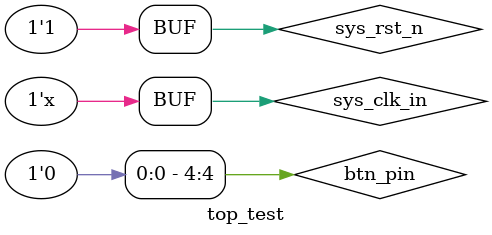
<source format=v>
`timescale 1ns / 1ps


module top_test();

    reg sys_clk_in;
    reg sys_rst_n;
    reg[4:0]   btn_pin;            //按键输入接口  
    reg[7:0]   sw_pin;
    wire[7:0]   led_pin;            //�??单调试用�??
    wire[7:0]   seg_cs_pin;
    wire[7:0]   seg_data_0_pin;     //总出口，在子模块的�?�传到此处后才能作为板端的有效输�??
    wire[7:0]   seg_data_1_pin;
    wire        PC_Uart_txd;
    // reg        display_mode;
    // reg data_tx;
    // reg Tx_Done;

    initial begin
		sys_clk_in = 1'b0;
		sys_rst_n = 1'b0;
        // display_mode = 1'b1;
        #200
		sys_rst_n = 1'b1;

        #10
        btn_pin[4] = 1'b1;

        #10000
        btn_pin[4] = 1'b0;
	end

    always #10 sys_clk_in = ~sys_clk_in;//生成时钟

    top top_test(
        .sys_clk_in(sys_clk_in),
        .sys_rst_n(sys_rst_n),
        .btn_pin(btn_pin),
        .sw_pin(sw_pin),
        // .display_mode(display_mode),
        .led_pin(led_pin),
        .seg_cs_pin(seg_cs_pin),
        .seg_data_0_pin(seg_data_0_pin),
        .seg_data_1_pin(seg_data_1_pin),
        .PC_Uart_txd(PC_Uart_txd)
    );

    // uart uart_test(
        // .sys_clk_in(sys_clk_in),
        // .sys_rst_n(sys_rst_n),
    //     .bps_rate(115200),
    //     .send_data(1'b1),
    //     .fresh_data(1'b1),
    //     .data(8'b00001010),
    //     .data_tx(data_tx),
    //     .Tx_Done(Tx_Done)
    // );
endmodule

</source>
